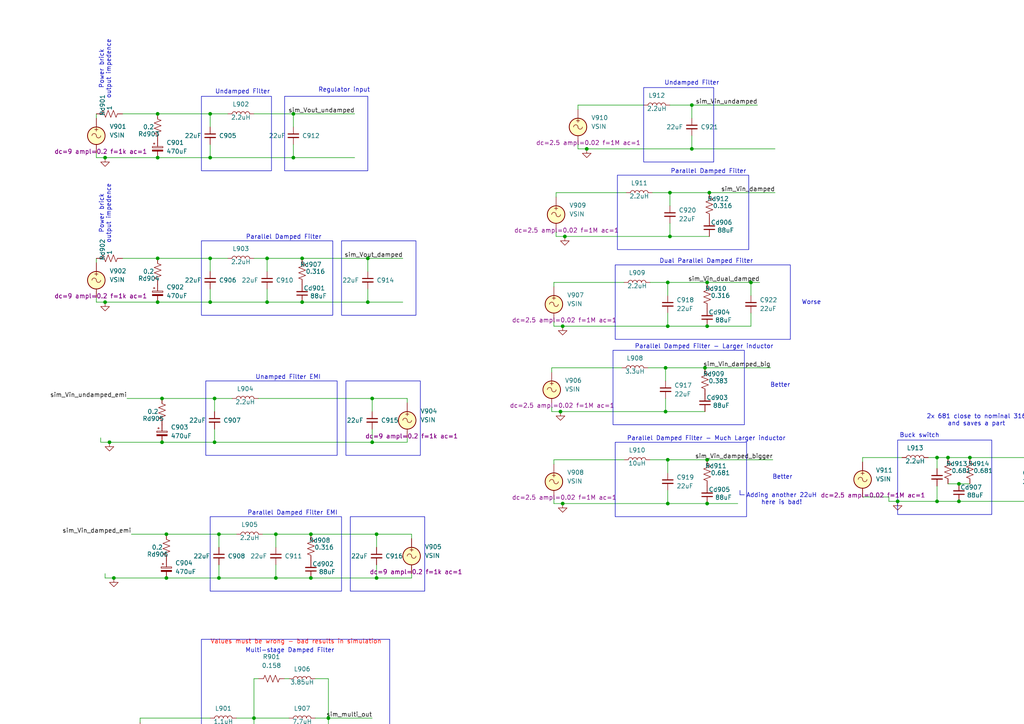
<source format=kicad_sch>
(kicad_sch (version 20250114) (generator "eeschema") (generator_version "9.0")
  (paper "A4")
  (lib_symbols
    (symbol "Device:C_Polarized_Small" (pin_numbers (hide yes)) (pin_names (offset 0.254) (hide yes))
      (property "Reference" "C" (at 0.254 1.778 0))
      (property "Value" "C_Polarized_Small" (at 0.254 -2.032 0))
      (symbol "C_Polarized_Small_0_1"
        (rectangle (start -1.524 0.6858) (end 1.524 0.3048))
        (rectangle (start -1.524 -0.3048) (end 1.524 -0.6858) (fill (type outline)))
        (polyline (pts (xy -1.27 1.524) (xy -0.762 1.524)))
        (polyline (pts (xy -1.016 1.27) (xy -1.016 1.778)))
      )
      (symbol "C_Polarized_Small_1_1"
        (pin passive line (at 0 2.54 270) (length 1.8542) (name "~") (number "1"))
        (pin passive line (at 0 -2.54 90) (length 1.8542) (name "~") (number "2"))
      )
    )
    (symbol "Device:C_Small" (pin_numbers (hide yes)) (pin_names (offset 0.254) (hide yes))
      (property "Reference" "C" (at 0.254 1.778 0))
      (property "Value" "C_Small" (at 0.254 -2.032 0))
      (symbol "C_Small_0_1"
        (polyline (pts (xy -1.524 0.508) (xy 1.524 0.508)) (stroke (width 0.3048)))
        (polyline (pts (xy -1.524 -0.508) (xy 1.524 -0.508)) (stroke (width 0.3302)))
      )
      (symbol "C_Small_1_1"
        (pin passive line (at 0 2.54 270) (length 2.032) (name "~") (number "1"))
        (pin passive line (at 0 -2.54 90) (length 2.032) (name "~") (number "2"))
      )
    )
    (symbol "Device:L" (pin_numbers (hide yes)) (pin_names (offset 1.016) (hide yes))
      (property "Reference" "L" (at -1.27 0 90))
      (property "Value" "L" (at 1.905 0 90))
      (symbol "L_0_1"
        (arc (start 0 2.54) (mid 0.6323 1.905) (end 0 1.27))
        (arc (start 0 1.27) (mid 0.6323 0.635) (end 0 0))
        (arc (start 0 0) (mid 0.6323 -0.635) (end 0 -1.27))
        (arc (start 0 -1.27) (mid 0.6323 -1.905) (end 0 -2.54))
      )
      (symbol "L_1_1"
        (pin passive line (at 0 3.81 270) (length 1.27) (name "1") (number "1"))
        (pin passive line (at 0 -3.81 90) (length 1.27) (name "2") (number "2"))
      )
    )
    (symbol "Device:R_US" (pin_numbers (hide yes)) (pin_names (offset 0))
      (property "Reference" "R" (at 2.54 0 90))
      (property "Value" "R_US" (at -2.54 0 90))
      (symbol "R_US_0_1"
        (polyline (pts (xy 0 2.286) (xy 0 2.54)))
        (polyline (pts (xy 0 2.286) (xy 1.016 1.905) (xy 0 1.524) (xy -1.016 1.143) (xy 0 0.762)))
        (polyline (pts (xy 0 0.762) (xy 1.016 0.381) (xy 0 0) (xy -1.016 -0.381) (xy 0 -0.762)))
        (polyline (pts (xy 0 -0.762) (xy 1.016 -1.143) (xy 0 -1.524) (xy -1.016 -1.905) (xy 0 -2.286)))
        (polyline (pts (xy 0 -2.286) (xy 0 -2.54)))
      )
      (symbol "R_US_1_1"
        (pin passive line (at 0 3.81 270) (length 1.27) (name "~") (number "1"))
        (pin passive line (at 0 -3.81 90) (length 1.27) (name "~") (number "2"))
      )
    )
    (symbol "Simulation_SPICE:VSIN" (pin_numbers (hide yes)) (pin_names (offset 0.0254))
      (property "Reference" "V" (at 2.54 2.54 0))
      (property "Value" "VSIN" (at 2.54 0 0))
      (property "Sim.Params" "dc=0 ampl=1 f=1k ac=1" (at 2.54 -2.54 0))
      (symbol "VSIN_0_0"
        (arc (start -1.27 0) (mid -0.635 0.6323) (end 0 0))
        (arc (start 1.27 0) (mid 0.635 -0.6323) (end 0 0))
        (text "+" (at 0 1.905 0) (effects (font (size 1.27 1.27))))
      )
      (symbol "VSIN_0_1"
        (circle (center 0 0) (radius 2.54) (stroke (width 0.254)) (fill (type background)))
      )
      (symbol "VSIN_1_1"
        (pin passive line (at 0 5.08 270) (length 2.54) (name "~") (number "1"))
        (pin passive line (at 0 -5.08 90) (length 2.54) (name "~") (number "2"))
      )
    )
    (symbol "power:GND" (power) (pin_numbers (hide yes)) (pin_names (offset 0) (hide yes))
      (property "Value" "GND" (at 0 -3.81 0))
      (symbol "GND_0_1"
        (polyline (pts (xy 0 0) (xy 0 -1.27) (xy 1.27 -1.27) (xy 0 -2.54) (xy -1.27 -1.27) (xy 0 -1.27)))
      )
      (symbol "GND_1_1"
        (pin power_in line (at 0 0 270) (length 0) (name "~") (number "1"))
      )
    )
  )
  (rectangle (start 260.35 127.635) (end 287.655 149.225))
  (rectangle (start 99.06 69.85) (end 120.65 91.44))
  (rectangle (start 59.69 110.49) (end 97.79 132.08))
  (rectangle (start 58.42 69.85) (end 96.52 91.44))
  (rectangle (start 58.42 27.94) (end 78.74 49.53))
  (rectangle (start 58.42 185.42) (end 113.03 224.79))
  (rectangle (start 100.33 110.49) (end 121.92 132.08))
  (rectangle (start 178.435 128.27) (end 216.535 149.86))
  (rectangle (start 101.6 149.86) (end 123.19 171.45))
  (rectangle (start 60.96 149.86) (end 99.06 171.45))
  (rectangle (start 297.815 127.635) (end 335.915 149.225))
  (rectangle (start 177.8 101.6) (end 215.9 123.19))
  (rectangle (start 178.435 76.835) (end 229.235 98.425))
  (rectangle (start 82.55 27.94) (end 106.68 49.53))
  (rectangle (start 186.69 25.4) (end 207.01 46.99))
  (rectangle (start 179.07 50.8) (end 217.17 72.39))
  (text "Buck switch" (at 266.7 126.365 0) (effects (font (size 1.27 1.27))))
  (text "Adding another 22uH\nhere is bad!" (at 346.075 144.145 0) (effects (font (size 1.27 1.27))))
  (text "Undamped Filter" (at 70.358 26.67 0) (effects (font (size 1.27 1.27))))
  (text "Multi-stage Damped Filter" (at 84.074 188.722 0) (effects (font (size 1.27 1.27))))
  (text "Dual Parallel Damped Filter" (at 204.851 75.819 0) (effects (font (size 1.27 1.27))))
  (text "Parallel Damped Filter - Larger inductor" (at 204.216 100.584 0) (effects (font (size 1.27 1.27))))
  (text "Undamped Filter" (at 200.66 24.13 0) (effects (font (size 1.27 1.27))))
  (text "2x 681 close to nominal 316\nand saves a part" (at 283.21 121.92 0) (effects (font (size 1.27 1.27))))
  (text "Better" (at 346.329 137.795 0) (effects (font (size 1.27 1.27))))
  (text "Power brick\noutput impedence" (at 30.48 20.066 90) (effects (font (size 1.27 1.27))))
  (text "Parallel Damped Filter" (at 82.296 68.834 0) (effects (font (size 1.27 1.27))))
  (text "Worse" (at 235.331 87.757 0) (effects (font (size 1.27 1.27))))
  (text "Unamped Filter EMI" (at 83.566 109.474 0) (effects (font (size 1.27 1.27))))
  (text "Adding another 22uH\nhere is bad!" (at 226.695 144.78 0) (effects (font (size 1.27 1.27))))
  (text "Parallel Damped Filter EMI" (at 84.836 148.844 0) (effects (font (size 1.27 1.27))))
  (text "Parallel Damped Filter section" (at 324.231 126.619 0) (effects (font (size 1.27 1.27))))
  (text "Better" (at 226.949 138.43 0) (effects (font (size 1.27 1.27))))
  (text "Parallel Damped Filter - Much Larger inductor" (at 204.851 127.254 0) (effects (font (size 1.27 1.27))))
  (text "Power brick\noutput impedence" (at 30.48 61.976 90) (effects (font (size 1.27 1.27))))
  (text "Values must be wrong - bad results in simulation" (at 85.852 186.182 0) (effects (font (size 1.27 1.27))))
  (text "Better" (at 226.314 111.76 0) (effects (font (size 1.27 1.27))))
  (text "Regulator input" (at 99.822 26.162 0) (effects (font (size 1.27 1.27))))
  (text "Parallel Damped Filter" (at 205.486 49.784 0) (effects (font (size 1.27 1.27))))
  (junction (at 77.47 74.93))
  (junction (at 194.31 68.58))
  (junction (at 109.22 154.94))
  (junction (at 30.48 87.63))
  (junction (at 193.675 133.35))
  (junction (at 271.78 132.715))
  (junction (at 324.485 132.715))
  (junction (at 60.96 33.02))
  (junction (at 162.56 119.38))
  (junction (at 278.13 145.415))
  (junction (at 46.99 115.57))
  (junction (at 200.66 30.48))
  (junction (at 163.195 94.615))
  (junction (at 109.22 167.64))
  (junction (at 193.04 106.68))
  (junction (at 274.955 132.715))
  (junction (at 31.75 128.27))
  (junction (at 48.26 167.64))
  (junction (at 80.01 154.94))
  (junction (at 193.675 81.915))
  (junction (at 278.13 140.335))
  (junction (at 193.04 119.38))
  (junction (at 45.72 33.02))
  (junction (at 106.68 87.63))
  (junction (at 163.83 68.58))
  (junction (at 205.105 94.615))
  (junction (at 45.72 45.72))
  (junction (at 194.31 55.88))
  (junction (at 193.675 94.615))
  (junction (at 77.47 87.63))
  (junction (at 170.18 43.18))
  (junction (at 33.02 167.64))
  (junction (at 163.195 146.05))
  (junction (at 90.17 154.94))
  (junction (at 281.305 132.715))
  (junction (at 45.72 74.93))
  (junction (at 80.01 167.64))
  (junction (at 60.96 45.72))
  (junction (at 63.5 167.64))
  (junction (at 313.055 145.415))
  (junction (at 271.78 145.415))
  (junction (at 313.055 132.715))
  (junction (at 46.99 128.27))
  (junction (at 324.485 145.415))
  (junction (at 85.09 33.02))
  (junction (at 200.66 43.18))
  (junction (at 45.72 87.63))
  (junction (at 107.95 115.57))
  (junction (at 60.96 74.93))
  (junction (at 204.47 106.68))
  (junction (at 106.68 74.93))
  (junction (at 62.23 128.27))
  (junction (at 43.18 220.98))
  (junction (at 205.105 81.915))
  (junction (at 205.105 133.35))
  (junction (at 63.5 154.94))
  (junction (at 48.26 154.94))
  (junction (at 95.25 208.28))
  (junction (at 260.35 145.415))
  (junction (at 30.48 45.72))
  (junction (at 90.17 167.64))
  (junction (at 217.805 81.915))
  (junction (at 193.675 146.05))
  (junction (at 73.66 208.28))
  (junction (at 60.96 87.63))
  (junction (at 73.66 220.98))
  (junction (at 87.63 87.63))
  (junction (at 85.09 45.72))
  (junction (at 205.74 55.88))
  (junction (at 62.23 115.57))
  (junction (at 107.95 128.27))
  (junction (at 87.63 74.93))
  (junction (at 205.105 146.05))
  (wire (pts (xy 67.31 115.57) (xy 62.23 115.57)))
  (wire (pts (xy 188.595 133.35) (xy 193.675 133.35)))
  (wire (pts (xy 45.72 33.02) (xy 60.96 33.02)))
  (wire (pts (xy 60.96 74.93) (xy 60.96 78.74)))
  (wire (pts (xy 260.35 145.415) (xy 271.78 145.415)))
  (wire (pts (xy 167.64 30.48) (xy 186.69 30.48)))
  (wire (pts (xy 250.19 132.715) (xy 261.62 132.715)))
  (wire (pts (xy 73.66 208.28) (xy 73.66 196.85)))
  (wire (pts (xy 250.19 144.145) (xy 257.81 144.145)))
  (wire (pts (xy 119.38 166.37) (xy 119.38 167.64)))
  (wire (pts (xy 27.94 86.36) (xy 27.94 87.63)))
  (wire (pts (xy 68.58 154.94) (xy 63.5 154.94)))
  (wire (pts (xy 73.66 74.93) (xy 77.47 74.93)))
  (wire (pts (xy 107.95 128.27) (xy 118.11 128.27)))
  (wire (pts (xy 35.56 74.93) (xy 45.72 74.93)))
  (wire (pts (xy 48.26 167.64) (xy 63.5 167.64)))
  (wire (pts (xy 161.29 68.58) (xy 163.83 68.58)))
  (wire (pts (xy 213.995 146.05) (xy 205.105 146.05)))
  (wire (pts (xy 313.055 132.715) (xy 324.485 132.715)))
  (wire (pts (xy 107.95 124.46) (xy 107.95 128.27)))
  (wire (pts (xy 167.64 43.18) (xy 170.18 43.18)))
  (wire (pts (xy 76.2 154.94) (xy 80.01 154.94)))
  (wire (pts (xy 60.96 41.91) (xy 60.96 45.72)))
  (wire (pts (xy 106.68 74.93) (xy 116.84 74.93)))
  (wire (pts (xy 87.63 87.63) (xy 106.68 87.63)))
  (wire (pts (xy 109.22 154.94) (xy 119.38 154.94)))
  (wire (pts (xy 257.81 145.415) (xy 260.35 145.415)))
  (wire (pts (xy 193.675 133.35) (xy 205.105 133.35)))
  (wire (pts (xy 193.675 90.805) (xy 193.675 94.615)))
  (wire (pts (xy 36.83 115.57) (xy 46.99 115.57)))
  (wire (pts (xy 85.09 45.72) (xy 102.87 45.72)))
  (wire (pts (xy 95.25 196.85) (xy 95.25 208.28)))
  (wire (pts (xy 73.66 217.17) (xy 73.66 220.98)))
  (wire (pts (xy 106.68 83.82) (xy 106.68 87.63)))
  (wire (pts (xy 46.99 128.27) (xy 62.23 128.27)))
  (polyline (pts (xy 214.63 142.24) (xy 214.63 143.51)))
  (wire (pts (xy 80.01 167.64) (xy 90.17 167.64)))
  (wire (pts (xy 85.09 41.91) (xy 85.09 45.72)))
  (wire (pts (xy 107.95 115.57) (xy 107.95 119.38)))
  (wire (pts (xy 189.23 55.88) (xy 194.31 55.88)))
  (wire (pts (xy 27.94 87.63) (xy 30.48 87.63)))
  (wire (pts (xy 95.25 208.28) (xy 107.95 208.28)))
  (wire (pts (xy 107.95 115.57) (xy 118.11 115.57)))
  (wire (pts (xy 193.04 106.68) (xy 193.04 110.49)))
  (wire (pts (xy 205.74 55.88) (xy 224.79 55.88)))
  (wire (pts (xy 281.305 132.715) (xy 300.355 132.715)))
  (wire (pts (xy 160.655 81.915) (xy 160.655 83.185)))
  (wire (pts (xy 45.72 87.63) (xy 60.96 87.63)))
  (wire (pts (xy 333.375 145.415) (xy 324.485 145.415)))
  (wire (pts (xy 95.25 208.28) (xy 95.25 212.09)))
  (wire (pts (xy 43.18 220.98) (xy 73.66 220.98)))
  (wire (pts (xy 30.48 45.72) (xy 45.72 45.72)))
  (wire (pts (xy 63.5 167.64) (xy 80.01 167.64)))
  (wire (pts (xy 63.5 154.94) (xy 63.5 158.75)))
  (wire (pts (xy 48.26 154.94) (xy 63.5 154.94)))
  (wire (pts (xy 73.66 33.02) (xy 85.09 33.02)))
  (wire (pts (xy 33.02 167.64) (xy 48.26 167.64)))
  (wire (pts (xy 205.105 81.915) (xy 217.805 81.915)))
  (wire (pts (xy 90.17 154.94) (xy 109.22 154.94)))
  (wire (pts (xy 29.21 127) (xy 29.21 128.27)))
  (wire (pts (xy 161.29 55.88) (xy 161.29 57.15)))
  (wire (pts (xy 193.675 81.915) (xy 205.105 81.915)))
  (wire (pts (xy 193.675 81.915) (xy 193.675 85.725)))
  (wire (pts (xy 119.38 154.94) (xy 119.38 156.21)))
  (wire (pts (xy 194.31 30.48) (xy 200.66 30.48)))
  (wire (pts (xy 73.66 208.28) (xy 83.82 208.28)))
  (wire (pts (xy 324.485 132.715) (xy 343.535 132.715)))
  (wire (pts (xy 160.655 133.35) (xy 180.975 133.35)))
  (wire (pts (xy 269.24 132.715) (xy 271.78 132.715)))
  (wire (pts (xy 31.75 128.27) (xy 46.99 128.27)))
  (wire (pts (xy 278.13 140.335) (xy 281.305 140.335)))
  (wire (pts (xy 193.04 115.57) (xy 193.04 119.38)))
  (wire (pts (xy 271.78 140.97) (xy 271.78 145.415)))
  (wire (pts (xy 200.66 30.48) (xy 219.71 30.48)))
  (wire (pts (xy 278.13 145.415) (xy 313.055 145.415)))
  (wire (pts (xy 193.04 119.38) (xy 204.47 119.38)))
  (wire (pts (xy 60.96 45.72) (xy 85.09 45.72)))
  (wire (pts (xy 63.5 163.83) (xy 63.5 167.64)))
  (wire (pts (xy 27.94 74.93) (xy 27.94 76.2)))
  (wire (pts (xy 193.04 106.68) (xy 204.47 106.68)))
  (wire (pts (xy 313.055 132.715) (xy 313.055 136.525)))
  (wire (pts (xy 40.64 208.28) (xy 60.96 208.28)))
  (wire (pts (xy 160.02 119.38) (xy 162.56 119.38)))
  (wire (pts (xy 35.56 33.02) (xy 45.72 33.02)))
  (wire (pts (xy 62.23 124.46) (xy 62.23 128.27)))
  (wire (pts (xy 29.21 128.27) (xy 31.75 128.27)))
  (wire (pts (xy 160.655 94.615) (xy 163.195 94.615)))
  (wire (pts (xy 40.64 220.98) (xy 43.18 220.98)))
  (wire (pts (xy 205.105 94.615) (xy 217.805 94.615)))
  (wire (pts (xy 194.31 55.88) (xy 194.31 59.69)))
  (wire (pts (xy 106.68 74.93) (xy 106.68 78.74)))
  (wire (pts (xy 95.25 220.98) (xy 95.25 217.17)))
  (wire (pts (xy 60.96 87.63) (xy 77.47 87.63)))
  (wire (pts (xy 30.48 167.64) (xy 33.02 167.64)))
  (wire (pts (xy 27.94 44.45) (xy 27.94 45.72)))
  (wire (pts (xy 73.66 220.98) (xy 95.25 220.98)))
  (wire (pts (xy 30.48 87.63) (xy 45.72 87.63)))
  (wire (pts (xy 250.19 132.715) (xy 250.19 133.985)))
  (wire (pts (xy 74.93 115.57) (xy 107.95 115.57)))
  (wire (pts (xy 188.595 81.915) (xy 193.675 81.915)))
  (wire (pts (xy 193.675 146.05) (xy 205.105 146.05)))
  (wire (pts (xy 205.105 133.35) (xy 224.155 133.35)))
  (wire (pts (xy 87.63 74.93) (xy 106.68 74.93)))
  (polyline (pts (xy 334.01 141.605) (xy 334.01 142.875)))
  (wire (pts (xy 160.655 93.345) (xy 160.655 94.615)))
  (polyline (pts (xy 335.28 142.875) (xy 334.01 142.875)))
  (wire (pts (xy 170.18 43.18) (xy 200.66 43.18)))
  (wire (pts (xy 193.675 133.35) (xy 193.675 137.16)))
  (wire (pts (xy 62.23 128.27) (xy 107.95 128.27)))
  (wire (pts (xy 160.655 133.35) (xy 160.655 134.62)))
  (wire (pts (xy 73.66 196.85) (xy 74.93 196.85)))
  (wire (pts (xy 109.22 167.64) (xy 119.38 167.64)))
  (wire (pts (xy 217.805 90.805) (xy 217.805 94.615)))
  (wire (pts (xy 40.64 219.71) (xy 40.64 220.98)))
  (wire (pts (xy 161.29 67.31) (xy 161.29 68.58)))
  (wire (pts (xy 217.805 81.915) (xy 220.345 81.915)))
  (wire (pts (xy 27.94 45.72) (xy 30.48 45.72)))
  (wire (pts (xy 160.02 106.68) (xy 180.34 106.68)))
  (wire (pts (xy 313.055 145.415) (xy 324.485 145.415)))
  (wire (pts (xy 60.96 83.82) (xy 60.96 87.63)))
  (wire (pts (xy 38.1 154.94) (xy 48.26 154.94)))
  (wire (pts (xy 200.66 43.18) (xy 224.79 43.18)))
  (wire (pts (xy 274.955 140.335) (xy 278.13 140.335)))
  (wire (pts (xy 160.655 144.78) (xy 160.655 146.05)))
  (wire (pts (xy 193.675 94.615) (xy 205.105 94.615)))
  (wire (pts (xy 160.655 81.915) (xy 180.975 81.915)))
  (wire (pts (xy 46.99 115.57) (xy 62.23 115.57)))
  (wire (pts (xy 80.01 163.83) (xy 80.01 167.64)))
  (wire (pts (xy 163.195 94.615) (xy 193.675 94.615)))
  (wire (pts (xy 60.96 33.02) (xy 60.96 36.83)))
  (wire (pts (xy 160.655 146.05) (xy 163.195 146.05)))
  (wire (pts (xy 187.96 106.68) (xy 193.04 106.68)))
  (wire (pts (xy 313.055 141.605) (xy 313.055 145.415)))
  (wire (pts (xy 90.17 167.64) (xy 109.22 167.64)))
  (wire (pts (xy 85.09 33.02) (xy 102.87 33.02)))
  (wire (pts (xy 77.47 74.93) (xy 77.47 78.74)))
  (wire (pts (xy 45.72 74.93) (xy 60.96 74.93)))
  (wire (pts (xy 274.955 132.715) (xy 281.305 132.715)))
  (wire (pts (xy 109.22 154.94) (xy 109.22 158.75)))
  (wire (pts (xy 82.55 196.85) (xy 83.82 196.85)))
  (wire (pts (xy 271.78 132.715) (xy 274.955 132.715)))
  (wire (pts (xy 162.56 119.38) (xy 193.04 119.38)))
  (wire (pts (xy 118.11 115.57) (xy 118.11 116.84)))
  (wire (pts (xy 80.01 154.94) (xy 80.01 158.75)))
  (wire (pts (xy 193.675 142.24) (xy 193.675 146.05)))
  (wire (pts (xy 30.48 166.37) (xy 30.48 167.64)))
  (wire (pts (xy 163.83 68.58) (xy 194.31 68.58)))
  (wire (pts (xy 217.805 81.915) (xy 217.805 85.725)))
  (wire (pts (xy 271.78 132.715) (xy 271.78 135.89)))
  (wire (pts (xy 73.66 208.28) (xy 73.66 212.09)))
  (wire (pts (xy 160.02 106.68) (xy 160.02 107.95)))
  (wire (pts (xy 200.66 30.48) (xy 200.66 34.29)))
  (wire (pts (xy 80.01 154.94) (xy 90.17 154.94)))
  (wire (pts (xy 161.29 55.88) (xy 181.61 55.88)))
  (wire (pts (xy 77.47 87.63) (xy 87.63 87.63)))
  (wire (pts (xy 271.78 145.415) (xy 278.13 145.415)))
  (wire (pts (xy 160.02 118.11) (xy 160.02 119.38)))
  (wire (pts (xy 77.47 83.82) (xy 77.47 87.63)))
  (wire (pts (xy 66.04 33.02) (xy 60.96 33.02)))
  (wire (pts (xy 257.81 144.145) (xy 257.81 145.415)))
  (wire (pts (xy 194.31 68.58) (xy 205.74 68.58)))
  (wire (pts (xy 163.195 146.05) (xy 193.675 146.05)))
  (wire (pts (xy 194.31 64.77) (xy 194.31 68.58)))
  (wire (pts (xy 27.94 33.02) (xy 27.94 34.29)))
  (wire (pts (xy 204.47 106.68) (xy 223.52 106.68)))
  (wire (pts (xy 45.72 45.72) (xy 60.96 45.72)))
  (wire (pts (xy 91.44 208.28) (xy 95.25 208.28)))
  (wire (pts (xy 66.04 74.93) (xy 60.96 74.93)))
  (wire (pts (xy 91.44 196.85) (xy 95.25 196.85)))
  (wire (pts (xy 40.64 208.28) (xy 40.64 209.55)))
  (wire (pts (xy 62.23 115.57) (xy 62.23 119.38)))
  (wire (pts (xy 324.485 144.78) (xy 324.485 145.415)))
  (wire (pts (xy 307.975 132.715) (xy 313.055 132.715)))
  (wire (pts (xy 194.31 55.88) (xy 205.74 55.88)))
  (wire (pts (xy 106.68 87.63) (xy 116.84 87.63)))
  (wire (pts (xy 109.22 163.83) (xy 109.22 167.64)))
  (wire (pts (xy 205.105 145.415) (xy 205.105 146.05)))
  (wire (pts (xy 68.58 208.28) (xy 73.66 208.28)))
  (wire (pts (xy 85.09 33.02) (xy 85.09 36.83)))
  (wire (pts (xy 77.47 74.93) (xy 87.63 74.93)))
  (wire (pts (xy 118.11 127) (xy 118.11 128.27)))
  (wire (pts (xy 200.66 39.37) (xy 200.66 43.18)))
  (wire (pts (xy 167.64 41.91) (xy 167.64 43.18)))
  (wire (pts (xy 167.64 30.48) (xy 167.64 31.75)))
  (polyline (pts (xy 215.9 143.51) (xy 214.63 143.51)))
  (label "sim_Vout_undamped" (at 102.87 33.02 180))
  (label "sim_multi_out" (at 107.95 208.28 180))
  (label "sim_Vin_undamped" (at 219.71 30.48 180))
  (label "sim_Vin_dual_damped" (at 220.345 81.915 180))
  (label "sim_Vin_undamped_emi" (at 36.83 115.57 180))
  (label "sim_Vin_damped_big" (at 223.52 106.68 180))
  (label "sim_Vin_damped" (at 224.79 55.88 180))
  (label "sim_Vout_damped" (at 116.84 74.93 180))
  (label "sim_Vin_buck_switch_damped" (at 343.535 132.715 180))
  (label "sim_Vin_damped_bigger" (at 224.155 133.35 180))
  (label "sim_Vin_damped_emi" (at 38.1 154.94 180))
  (symbol (lib_id "Simulation_SPICE:VSIN") (at 161.29 62.23 0) (unit 1)
    (property "Reference" "V909" (at 165.1 59.5601 0) (effects (justify left)))
    (property "Value" "VSIN" (at 165.1 62.1001 0) (effects (justify left)))
    (property "Datasheet" "https://ngspice.sourceforge.io/docs/ngspice-html-manual/manual.xhtml#sec_Independent_Sources_for" (effects (hide yes)))
    (property "Description" "Voltage source, sinusoidal" (effects (hide yes)))
    (property "Sim.Pins" "1=+ 2=-" (effects (hide yes)))
    (property "Sim.Params" "dc=2.5 ampl=0.02 f=1M ac=1" (at 149.098 66.802 0) (effects (justify left)))
    (property "Sim.Type" "SIN" (effects (hide yes)))
    (property "Sim.Device" "V" (effects (hide yes)))
  )
  (symbol (lib_id "Device:L") (at 304.165 132.715 90) (unit 1)
    (property "Reference" "L914" (at 304.165 129.921 90))
    (property "Value" "10uH" (at 304.165 133.731 90))
    (property "Description" "Inductor" (effects (hide yes)))
  )
  (symbol (lib_id "power:GND") (at 30.48 45.72 0) (unit 1)
    (property "Reference" "#PWR0901" (effects (hide yes)))
    (property "Value" "GND" (effects (hide yes)))
    (property "Description" "Power symbol creates a global label with name \"GND\" , ground" (effects (hide yes)))
  )
  (symbol (lib_id "power:GND") (at 260.35 145.415 0) (unit 1)
    (property "Reference" "#PWR0911" (effects (hide yes)))
    (property "Value" "GND" (effects (hide yes)))
    (property "Description" "Power symbol creates a global label with name \"GND\" , ground" (effects (hide yes)))
  )
  (symbol (lib_id "Device:C_Small") (at 62.23 121.92 0) (unit 1)
    (property "Reference" "C907" (at 64.77 121.9262 0) (effects (justify left)))
    (property "Value" "22uF" (at 59.69 121.9265 0) (effects (justify right)))
    (property "Description" "Unpolarized capacitor, small symbol" (effects (hide yes)))
  )
  (symbol (lib_id "Simulation_SPICE:VSIN") (at 160.655 139.7 0) (unit 1)
    (property "Reference" "V908" (at 164.465 137.0301 0) (effects (justify left)))
    (property "Value" "VSIN" (at 164.465 139.5701 0) (effects (justify left)))
    (property "Datasheet" "https://ngspice.sourceforge.io/docs/ngspice-html-manual/manual.xhtml#sec_Independent_Sources_for" (effects (hide yes)))
    (property "Description" "Voltage source, sinusoidal" (effects (hide yes)))
    (property "Sim.Pins" "1=+ 2=-" (effects (hide yes)))
    (property "Sim.Params" "dc=2.5 ampl=0.02 f=1M ac=1" (at 148.463 144.272 0) (effects (justify left)))
    (property "Sim.Type" "SIN" (effects (hide yes)))
    (property "Sim.Device" "V" (effects (hide yes)))
  )
  (symbol (lib_id "Device:C_Small") (at 109.22 161.29 0) (unit 1)
    (property "Reference" "C916" (at 111.76 161.2962 0) (effects (justify left)))
    (property "Value" "22uF" (at 106.68 161.2965 0) (effects (justify right)))
    (property "Description" "Unpolarized capacitor, small symbol" (effects (hide yes)))
  )
  (symbol (lib_id "Device:L") (at 184.15 106.68 90) (unit 1)
    (property "Reference" "L908" (at 184.15 103.886 90))
    (property "Value" "3.3uH" (at 184.15 107.696 90))
    (property "Description" "Inductor" (effects (hide yes)))
  )
  (symbol (lib_id "Device:C_Polarized_Small") (at 45.72 43.18 0) (unit 1)
    (property "Reference" "C901" (at 48.26 41.3638 0) (effects (justify left)))
    (property "Value" "470uF" (at 48.26 43.9038 0) (effects (justify left)))
    (property "Description" "Polarized capacitor, small symbol" (effects (hide yes)))
  )
  (symbol (lib_id "Simulation_SPICE:VSIN") (at 250.19 139.065 0) (unit 1)
    (property "Reference" "V911" (at 254 136.3951 0) (effects (justify left)))
    (property "Value" "VSIN" (at 254 138.9351 0) (effects (justify left)))
    (property "Datasheet" "https://ngspice.sourceforge.io/docs/ngspice-html-manual/manual.xhtml#sec_Independent_Sources_for" (effects (hide yes)))
    (property "Description" "Voltage source, sinusoidal" (effects (hide yes)))
    (property "Sim.Pins" "1=+ 2=-" (effects (hide yes)))
    (property "Sim.Params" "dc=2.5 ampl=0.02 f=1M ac=1" (at 237.998 143.637 0) (effects (justify left)))
    (property "Sim.Type" "SIN" (effects (hide yes)))
    (property "Sim.Device" "V" (effects (hide yes)))
  )
  (symbol (lib_id "Simulation_SPICE:VSIN") (at 167.64 36.83 0) (unit 1)
    (property "Reference" "V910" (at 171.45 34.1601 0) (effects (justify left)))
    (property "Value" "VSIN" (at 171.45 36.7001 0) (effects (justify left)))
    (property "Datasheet" "https://ngspice.sourceforge.io/docs/ngspice-html-manual/manual.xhtml#sec_Independent_Sources_for" (effects (hide yes)))
    (property "Description" "Voltage source, sinusoidal" (effects (hide yes)))
    (property "Sim.Pins" "1=+ 2=-" (effects (hide yes)))
    (property "Sim.Params" "dc=2.5 ampl=0.02 f=1M ac=1" (at 155.448 41.402 0) (effects (justify left)))
    (property "Sim.Type" "SIN" (effects (hide yes)))
    (property "Sim.Device" "V" (effects (hide yes)))
  )
  (symbol (lib_id "Device:C_Polarized_Small") (at 48.26 165.1 0) (unit 1)
    (property "Reference" "C904" (at 50.8 163.2838 0) (effects (justify left)))
    (property "Value" "470uF" (at 50.8 165.8238 0) (effects (justify left)))
    (property "Description" "Polarized capacitor, small symbol" (effects (hide yes)))
  )
  (symbol (lib_id "Simulation_SPICE:VSIN") (at 40.64 214.63 0) (unit 1)
    (property "Reference" "V903" (at 44.45 211.9601 0) (effects (justify left)))
    (property "Value" "VSIN" (at 44.45 214.5001 0) (effects (justify left)))
    (property "Datasheet" "https://ngspice.sourceforge.io/docs/ngspice-html-manual/manual.xhtml#sec_Independent_Sources_for" (effects (hide yes)))
    (property "Description" "Voltage source, sinusoidal" (effects (hide yes)))
    (property "Sim.Pins" "1=+ 2=-" (effects (hide yes)))
    (property "Sim.Params" "dc=2.5 ampl=0.02 f=1M ac=1" (at 28.448 219.202 0) (effects (justify left)))
    (property "Sim.Type" "SIN" (effects (hide yes)))
    (property "Sim.Device" "V" (effects (hide yes)))
  )
  (symbol (lib_id "Device:R_US") (at 31.75 74.93 90) (unit 1)
    (property "Reference" "Rd902" (at 29.718 72.39 0))
    (property "Value" "1" (at 31.75 73.914 0) (effects (justify left)))
    (property "Description" "Resistor, US symbol" (effects (hide yes)))
  )
  (symbol (lib_id "power:GND") (at 33.02 167.64 0) (unit 1)
    (property "Reference" "#PWR0904" (effects (hide yes)))
    (property "Value" "GND" (effects (hide yes)))
    (property "Description" "Power symbol creates a global label with name \"GND\" , ground" (effects (hide yes)))
  )
  (symbol (lib_id "power:GND") (at 162.56 119.38 0) (unit 1)
    (property "Reference" "#PWR0906" (effects (hide yes)))
    (property "Value" "GND" (effects (hide yes)))
    (property "Description" "Power symbol creates a global label with name \"GND\" , ground" (effects (hide yes)))
  )
  (symbol (lib_id "Simulation_SPICE:VSIN") (at 160.655 88.265 0) (unit 1)
    (property "Reference" "V907" (at 164.465 85.5951 0) (effects (justify left)))
    (property "Value" "VSIN" (at 164.465 88.1351 0) (effects (justify left)))
    (property "Datasheet" "https://ngspice.sourceforge.io/docs/ngspice-html-manual/manual.xhtml#sec_Independent_Sources_for" (effects (hide yes)))
    (property "Description" "Voltage source, sinusoidal" (effects (hide yes)))
    (property "Sim.Pins" "1=+ 2=-" (effects (hide yes)))
    (property "Sim.Params" "dc=2.5 ampl=0.02 f=1M ac=1" (at 148.463 92.837 0) (effects (justify left)))
    (property "Sim.Type" "SIN" (effects (hide yes)))
    (property "Sim.Device" "V" (effects (hide yes)))
  )
  (symbol (lib_id "Device:C_Small") (at 63.5 161.29 0) (unit 1)
    (property "Reference" "C908" (at 66.04 161.2962 0) (effects (justify left)))
    (property "Value" "22uF" (at 60.96 161.2965 0) (effects (justify right)))
    (property "Description" "Unpolarized capacitor, small symbol" (effects (hide yes)))
  )
  (symbol (lib_id "Device:C_Small") (at 217.805 88.265 0) (unit 1)
    (property "Reference" "C922" (at 220.345 87.0012 0) (effects (justify left)))
    (property "Value" "22uF" (at 220.345 89.5412 0) (effects (justify left)))
    (property "Description" "Unpolarized capacitor, small symbol" (effects (hide yes)))
  )
  (symbol (lib_id "power:GND") (at 31.75 128.27 0) (unit 1)
    (property "Reference" "#PWR0903" (effects (hide yes)))
    (property "Value" "GND" (effects (hide yes)))
    (property "Description" "Power symbol creates a global label with name \"GND\" , ground" (effects (hide yes)))
  )
  (symbol (lib_id "Device:C_Small") (at 324.485 142.875 180) (unit 1)
    (property "Reference" "Cd908" (at 328.041 141.351 0))
    (property "Value" "88uF" (at 326.771 143.637 0) (effects (justify right)))
    (property "Description" "Unpolarized capacitor, small symbol" (effects (hide yes)))
  )
  (symbol (lib_id "Device:R_US") (at 46.99 119.38 180) (unit 1)
    (property "Reference" "Rd905" (at 44.45 121.412 0))
    (property "Value" "0.2" (at 45.974 119.38 0) (effects (justify left)))
    (property "Description" "Resistor, US symbol" (effects (hide yes)))
  )
  (symbol (lib_id "Device:R_US") (at 274.955 136.525 0) (unit 1)
    (property "Reference" "Rd913" (at 277.495 134.493 0))
    (property "Value" "0.681" (at 275.971 136.525 0) (effects (justify left)))
    (property "Description" "Resistor, US symbol" (effects (hide yes)))
  )
  (symbol (lib_id "Device:C_Small") (at 200.66 36.83 0) (unit 1)
    (property "Reference" "C921" (at 203.2 36.8362 0) (effects (justify left)))
    (property "Value" "22uF" (at 198.12 36.8365 0) (effects (justify right)))
    (property "Description" "Unpolarized capacitor, small symbol" (effects (hide yes)))
  )
  (symbol (lib_id "Device:C_Small") (at 194.31 62.23 0) (unit 1)
    (property "Reference" "C920" (at 196.85 60.9662 0) (effects (justify left)))
    (property "Value" "22uF" (at 196.85 63.5062 0) (effects (justify left)))
    (property "Description" "Unpolarized capacitor, small symbol" (effects (hide yes)))
  )
  (symbol (lib_id "power:GND") (at 43.18 220.98 0) (unit 1)
    (property "Reference" "#PWR0905" (effects (hide yes)))
    (property "Value" "GND" (effects (hide yes)))
    (property "Description" "Power symbol creates a global label with name \"GND\" , ground" (effects (hide yes)))
  )
  (symbol (lib_id "Device:L") (at 190.5 30.48 90) (unit 1)
    (property "Reference" "L912" (at 190.5 27.686 90))
    (property "Value" "2.2uH" (at 190.5 31.496 90))
    (property "Description" "Inductor" (effects (hide yes)))
  )
  (symbol (lib_id "Device:C_Small") (at 73.66 214.63 0) (unit 1)
    (property "Reference" "C909" (at 76.2 213.3662 0) (effects (justify left)))
    (property "Value" "11uF" (at 76.2 215.9062 0) (effects (justify left)))
    (property "Description" "Unpolarized capacitor, small symbol" (effects (hide yes)))
  )
  (symbol (lib_id "Device:C_Small") (at 205.105 143.51 180) (unit 1)
    (property "Reference" "Cd905" (at 208.661 141.986 0))
    (property "Value" "88uF" (at 207.391 144.272 0) (effects (justify right)))
    (property "Description" "Unpolarized capacitor, small symbol" (effects (hide yes)))
  )
  (symbol (lib_id "Device:C_Small") (at 193.675 139.7 0) (unit 1)
    (property "Reference" "C919" (at 196.215 138.4362 0) (effects (justify left)))
    (property "Value" "22uF" (at 196.215 140.9762 0) (effects (justify left)))
    (property "Description" "Unpolarized capacitor, small symbol" (effects (hide yes)))
  )
  (symbol (lib_id "Device:R_US") (at 281.305 136.525 0) (unit 1)
    (property "Reference" "Rd914" (at 283.845 134.493 0))
    (property "Value" "0.681" (at 282.321 136.525 0) (effects (justify left)))
    (property "Description" "Resistor, US symbol" (effects (hide yes)))
  )
  (symbol (lib_id "Device:C_Small") (at 313.055 139.065 0) (unit 1)
    (property "Reference" "C924" (at 315.595 137.8012 0) (effects (justify left)))
    (property "Value" "22uF" (at 315.595 140.3412 0) (effects (justify left)))
    (property "Description" "Unpolarized capacitor, small symbol" (effects (hide yes)))
  )
  (symbol (lib_id "power:GND") (at 163.195 94.615 0) (unit 1)
    (property "Reference" "#PWR0907" (effects (hide yes)))
    (property "Value" "GND" (effects (hide yes)))
    (property "Description" "Power symbol creates a global label with name \"GND\" , ground" (effects (hide yes)))
  )
  (symbol (lib_id "Device:L") (at 72.39 154.94 90) (unit 1)
    (property "Reference" "L905" (at 72.39 152.146 90))
    (property "Value" "2.2uH" (at 72.39 155.956 90))
    (property "Description" "Inductor" (effects (hide yes)))
  )
  (symbol (lib_id "Device:L") (at 265.43 132.715 90) (unit 1)
    (property "Reference" "L913" (at 265.43 129.921 90))
    (property "Value" "2.2uH" (at 265.43 133.731 90))
    (property "Description" "Inductor" (effects (hide yes)))
  )
  (symbol (lib_id "Device:C_Small") (at 278.13 142.875 180) (unit 1)
    (property "Reference" "Cd907" (at 281.686 141.351 0))
    (property "Value" "88uF" (at 280.416 143.637 0) (effects (justify right)))
    (property "Description" "Unpolarized capacitor, small symbol" (effects (hide yes)))
  )
  (symbol (lib_id "power:GND") (at 163.83 68.58 0) (unit 1)
    (property "Reference" "#PWR0909" (effects (hide yes)))
    (property "Value" "GND" (effects (hide yes)))
    (property "Description" "Power symbol creates a global label with name \"GND\" , ground" (effects (hide yes)))
  )
  (symbol (lib_id "Device:R_US") (at 205.105 137.16 0) (unit 1)
    (property "Reference" "Rd911" (at 207.645 135.128 0))
    (property "Value" "0.681" (at 206.121 137.16 0) (effects (justify left)))
    (property "Description" "Resistor, US symbol" (effects (hide yes)))
  )
  (symbol (lib_id "Device:R_US") (at 204.47 110.49 0) (unit 1)
    (property "Reference" "Rd909" (at 207.01 108.458 0))
    (property "Value" "0.383" (at 205.486 110.49 0) (effects (justify left)))
    (property "Description" "Resistor, US symbol" (effects (hide yes)))
  )
  (symbol (lib_id "Device:R_US") (at 45.72 78.74 180) (unit 1)
    (property "Reference" "Rd904" (at 43.18 80.772 0))
    (property "Value" "0.2" (at 44.704 78.74 0) (effects (justify left)))
    (property "Description" "Resistor, US symbol" (effects (hide yes)))
  )
  (symbol (lib_id "Device:C_Small") (at 106.68 81.28 0) (unit 1)
    (property "Reference" "C914" (at 109.22 81.2862 0) (effects (justify left)))
    (property "Value" "22uF" (at 104.14 81.2865 0) (effects (justify right)))
    (property "Description" "Unpolarized capacitor, small symbol" (effects (hide yes)))
  )
  (symbol (lib_id "Device:C_Small") (at 90.17 165.1 180) (unit 1)
    (property "Reference" "Cd902" (at 93.726 163.576 0))
    (property "Value" "88uF" (at 92.456 165.862 0) (effects (justify right)))
    (property "Description" "Unpolarized capacitor, small symbol" (effects (hide yes)))
  )
  (symbol (lib_id "Device:C_Small") (at 193.675 88.265 0) (unit 1)
    (property "Reference" "C918" (at 196.215 87.0012 0) (effects (justify left)))
    (property "Value" "22uF" (at 196.215 89.5412 0) (effects (justify left)))
    (property "Description" "Unpolarized capacitor, small symbol" (effects (hide yes)))
  )
  (symbol (lib_id "Device:C_Small") (at 204.47 116.84 180) (unit 1)
    (property "Reference" "Cd903" (at 208.026 115.316 0))
    (property "Value" "88uF" (at 206.756 117.602 0) (effects (justify right)))
    (property "Description" "Unpolarized capacitor, small symbol" (effects (hide yes)))
  )
  (symbol (lib_id "Device:L") (at 69.85 74.93 90) (unit 1)
    (property "Reference" "L903" (at 69.85 72.136 90))
    (property "Value" "2.2uH" (at 69.85 75.946 90))
    (property "Description" "Inductor" (effects (hide yes)))
  )
  (symbol (lib_id "Device:C_Small") (at 60.96 39.37 0) (unit 1)
    (property "Reference" "C905" (at 63.5 39.3762 0) (effects (justify left)))
    (property "Value" "22uF" (at 58.42 39.3765 0) (effects (justify right)))
    (property "Description" "Unpolarized capacitor, small symbol" (effects (hide yes)))
  )
  (symbol (lib_id "Device:C_Small") (at 80.01 161.29 0) (unit 1)
    (property "Reference" "C911" (at 82.55 161.2962 0) (effects (justify left)))
    (property "Value" "22uF" (at 77.47 161.2965 0) (effects (justify right)))
    (property "Description" "Unpolarized capacitor, small symbol" (effects (hide yes)))
  )
  (symbol (lib_id "Device:R_US") (at 78.74 196.85 90) (unit 1)
    (property "Reference" "R901" (at 78.74 190.5 90))
    (property "Value" "0.158" (at 78.74 193.04 90))
    (property "Description" "Resistor, US symbol" (effects (hide yes)))
  )
  (symbol (lib_id "Device:R_US") (at 90.17 158.75 0) (unit 1)
    (property "Reference" "Rd908" (at 92.71 156.718 0))
    (property "Value" "0.316" (at 91.186 158.75 0) (effects (justify left)))
    (property "Description" "Resistor, US symbol" (effects (hide yes)))
  )
  (symbol (lib_id "Simulation_SPICE:VSIN") (at 160.02 113.03 0) (unit 1)
    (property "Reference" "V906" (at 163.83 110.3601 0) (effects (justify left)))
    (property "Value" "VSIN" (at 163.83 112.9001 0) (effects (justify left)))
    (property "Datasheet" "https://ngspice.sourceforge.io/docs/ngspice-html-manual/manual.xhtml#sec_Independent_Sources_for" (effects (hide yes)))
    (property "Description" "Voltage source, sinusoidal" (effects (hide yes)))
    (property "Sim.Pins" "1=+ 2=-" (effects (hide yes)))
    (property "Sim.Params" "dc=2.5 ampl=0.02 f=1M ac=1" (at 147.828 117.602 0) (effects (justify left)))
    (property "Sim.Type" "SIN" (effects (hide yes)))
    (property "Sim.Device" "V" (effects (hide yes)))
  )
  (symbol (lib_id "Device:L") (at 71.12 115.57 90) (unit 1)
    (property "Reference" "L904" (at 71.12 112.776 90))
    (property "Value" "2.2uH" (at 71.12 116.586 90))
    (property "Description" "Inductor" (effects (hide yes)))
  )
  (symbol (lib_id "Device:L") (at 87.63 196.85 90) (unit 1)
    (property "Reference" "L906" (at 87.63 194.056 90))
    (property "Value" "3.85uH" (at 87.63 197.866 90))
    (property "Description" "Inductor" (effects (hide yes)))
  )
  (symbol (lib_id "Device:L") (at 64.77 208.28 90) (unit 1)
    (property "Reference" "L901" (at 64.77 205.486 90))
    (property "Value" "1.1uH" (at 64.77 209.296 90))
    (property "Description" "Inductor" (effects (hide yes)))
  )
  (symbol (lib_id "Device:C_Small") (at 77.47 81.28 0) (unit 1)
    (property "Reference" "C910" (at 80.01 81.2862 0) (effects (justify left)))
    (property "Value" "22uF" (at 74.93 81.2865 0) (effects (justify right)))
    (property "Description" "Unpolarized capacitor, small symbol" (effects (hide yes)))
  )
  (symbol (lib_id "Device:R_US") (at 205.74 59.69 0) (unit 1)
    (property "Reference" "Rd912" (at 208.28 57.658 0))
    (property "Value" "0.316" (at 206.756 59.69 0) (effects (justify left)))
    (property "Description" "Resistor, US symbol" (effects (hide yes)))
  )
  (symbol (lib_id "Device:R_US") (at 48.26 158.75 180) (unit 1)
    (property "Reference" "Rd906" (at 45.72 160.782 0))
    (property "Value" "0.2" (at 47.244 158.75 0) (effects (justify left)))
    (property "Description" "Resistor, US symbol" (effects (hide yes)))
  )
  (symbol (lib_id "Device:C_Small") (at 107.95 121.92 0) (unit 1)
    (property "Reference" "C915" (at 110.49 121.9262 0) (effects (justify left)))
    (property "Value" "22uF" (at 105.41 121.9265 0) (effects (justify right)))
    (property "Description" "Unpolarized capacitor, small symbol" (effects (hide yes)))
  )
  (symbol (lib_id "Device:C_Polarized_Small") (at 45.72 85.09 0) (unit 1)
    (property "Reference" "C902" (at 48.26 83.2738 0) (effects (justify left)))
    (property "Value" "470uF" (at 48.26 85.8138 0) (effects (justify left)))
    (property "Description" "Polarized capacitor, small symbol" (effects (hide yes)))
  )
  (symbol (lib_id "Device:R_US") (at 31.75 33.02 90) (unit 1)
    (property "Reference" "Rd901" (at 29.718 30.48 0))
    (property "Value" "1" (at 31.75 32.004 0) (effects (justify left)))
    (property "Description" "Resistor, US symbol" (effects (hide yes)))
  )
  (symbol (lib_id "Device:C_Small") (at 205.74 66.04 180) (unit 1)
    (property "Reference" "Cd906" (at 209.296 64.516 0))
    (property "Value" "88uF" (at 208.026 66.802 0) (effects (justify right)))
    (property "Description" "Unpolarized capacitor, small symbol" (effects (hide yes)))
  )
  (symbol (lib_id "Device:L") (at 69.85 33.02 90) (unit 1)
    (property "Reference" "L902" (at 69.85 30.226 90))
    (property "Value" "2.2uH" (at 69.85 34.036 90))
    (property "Description" "Inductor" (effects (hide yes)))
  )
  (symbol (lib_id "Device:L") (at 185.42 55.88 90) (unit 1)
    (property "Reference" "L911" (at 185.42 53.086 90))
    (property "Value" "2.2uH" (at 185.42 56.896 90))
    (property "Description" "Inductor" (effects (hide yes)))
  )
  (symbol (lib_id "Device:R_US") (at 45.72 36.83 180) (unit 1)
    (property "Reference" "Rd903" (at 43.18 38.862 0))
    (property "Value" "0.2" (at 44.704 36.83 0) (effects (justify left)))
    (property "Description" "Resistor, US symbol" (effects (hide yes)))
  )
  (symbol (lib_id "power:GND") (at 163.195 146.05 0) (unit 1)
    (property "Reference" "#PWR0908" (effects (hide yes)))
    (property "Value" "GND" (effects (hide yes)))
    (property "Description" "Power symbol creates a global label with name \"GND\" , ground" (effects (hide yes)))
  )
  (symbol (lib_id "Simulation_SPICE:VSIN") (at 27.94 81.28 0) (unit 1)
    (property "Reference" "V902" (at 31.75 78.6101 0) (effects (justify left)))
    (property "Value" "VSIN" (at 31.75 81.1501 0) (effects (justify left)))
    (property "Datasheet" "https://ngspice.sourceforge.io/docs/ngspice-html-manual/manual.xhtml#sec_Independent_Sources_for" (effects (hide yes)))
    (property "Description" "Voltage source, sinusoidal" (effects (hide yes)))
    (property "Sim.Pins" "1=+ 2=-" (effects (hide yes)))
    (property "Sim.Params" "dc=9 ampl=0.2 f=1k ac=1" (at 15.748 85.852 0) (effects (justify left)))
    (property "Sim.Type" "SIN" (effects (hide yes)))
    (property "Sim.Device" "V" (effects (hide yes)))
  )
  (symbol (lib_id "power:GND") (at 30.48 87.63 0) (unit 1)
    (property "Reference" "#PWR0902" (effects (hide yes)))
    (property "Value" "GND" (effects (hide yes)))
    (property "Description" "Power symbol creates a global label with name \"GND\" , ground" (effects (hide yes)))
  )
  (symbol (lib_id "Device:L") (at 184.785 133.35 90) (unit 1)
    (property "Reference" "L910" (at 184.785 130.556 90))
    (property "Value" "10uH" (at 184.785 134.366 90))
    (property "Description" "Inductor" (effects (hide yes)))
  )
  (symbol (lib_id "Device:R_US") (at 324.485 136.525 0) (unit 1)
    (property "Reference" "Rd915" (at 327.025 134.493 0))
    (property "Value" "0.681" (at 325.501 136.525 0) (effects (justify left)))
    (property "Description" "Resistor, US symbol" (effects (hide yes)))
  )
  (symbol (lib_id "Device:C_Small") (at 205.105 92.075 180) (unit 1)
    (property "Reference" "Cd904" (at 208.661 90.551 0))
    (property "Value" "88uF" (at 207.391 92.837 0) (effects (justify right)))
    (property "Description" "Unpolarized capacitor, small symbol" (effects (hide yes)))
  )
  (symbol (lib_id "Device:C_Small") (at 85.09 39.37 0) (unit 1)
    (property "Reference" "C912" (at 87.63 39.3762 0) (effects (justify left)))
    (property "Value" "22uF" (at 82.804 39.37 0) (effects (justify right)))
    (property "Description" "Unpolarized capacitor, small symbol" (effects (hide yes)))
  )
  (symbol (lib_id "Device:C_Small") (at 60.96 81.28 0) (unit 1)
    (property "Reference" "C906" (at 63.5 81.2862 0) (effects (justify left)))
    (property "Value" "22uF" (at 58.42 81.2865 0) (effects (justify right)))
    (property "Description" "Unpolarized capacitor, small symbol" (effects (hide yes)))
  )
  (symbol (lib_id "Device:L") (at 87.63 208.28 90) (unit 1)
    (property "Reference" "L907" (at 87.63 205.486 90))
    (property "Value" "7.7uH" (at 87.63 209.296 90))
    (property "Description" "Inductor" (effects (hide yes)))
  )
  (symbol (lib_id "Device:C_Small") (at 95.25 214.63 0) (unit 1)
    (property "Reference" "C913" (at 97.79 213.3662 0) (effects (justify left)))
    (property "Value" "44uF" (at 97.79 215.9062 0) (effects (justify left)))
    (property "Description" "Unpolarized capacitor, small symbol" (effects (hide yes)))
  )
  (symbol (lib_id "Device:R_US") (at 205.105 85.725 0) (unit 1)
    (property "Reference" "Rd910" (at 207.645 83.693 0))
    (property "Value" "0.316" (at 206.121 85.725 0) (effects (justify left)))
    (property "Description" "Resistor, US symbol" (effects (hide yes)))
  )
  (symbol (lib_id "Device:C_Small") (at 193.04 113.03 0) (unit 1)
    (property "Reference" "C917" (at 195.58 111.7662 0) (effects (justify left)))
    (property "Value" "22uF" (at 195.58 114.3062 0) (effects (justify left)))
    (property "Description" "Unpolarized capacitor, small symbol" (effects (hide yes)))
  )
  (symbol (lib_id "Device:C_Small") (at 87.63 85.09 180) (unit 1)
    (property "Reference" "Cd901" (at 91.186 83.566 0))
    (property "Value" "88uF" (at 89.916 85.852 0) (effects (justify right)))
    (property "Description" "Unpolarized capacitor, small symbol" (effects (hide yes)))
  )
  (symbol (lib_id "Device:L") (at 184.785 81.915 90) (unit 1)
    (property "Reference" "L909" (at 184.785 79.121 90))
    (property "Value" "2.2uH" (at 184.785 82.931 90))
    (property "Description" "Inductor" (effects (hide yes)))
  )
  (symbol (lib_id "Device:R_US") (at 87.63 78.74 0) (unit 1)
    (property "Reference" "Rd907" (at 90.17 76.708 0))
    (property "Value" "0.316" (at 88.646 78.74 0) (effects (justify left)))
    (property "Description" "Resistor, US symbol" (effects (hide yes)))
  )
  (symbol (lib_id "Simulation_SPICE:VSIN") (at 118.11 121.92 0) (unit 1)
    (property "Reference" "V904" (at 121.92 119.2501 0) (effects (justify left)))
    (property "Value" "VSIN" (at 121.92 121.7901 0) (effects (justify left)))
    (property "Datasheet" "https://ngspice.sourceforge.io/docs/ngspice-html-manual/manual.xhtml#sec_Independent_Sources_for" (effects (hide yes)))
    (property "Description" "Voltage source, sinusoidal" (effects (hide yes)))
    (property "Sim.Pins" "1=+ 2=-" (effects (hide yes)))
    (property "Sim.Params" "dc=9 ampl=0.2 f=1k ac=1" (at 105.918 126.492 0) (effects (justify left)))
    (property "Sim.Type" "SIN" (effects (hide yes)))
    (property "Sim.Device" "V" (effects (hide yes)))
  )
  (symbol (lib_id "power:GND") (at 170.18 43.18 0) (unit 1)
    (property "Reference" "#PWR0910" (effects (hide yes)))
    (property "Value" "GND" (effects (hide yes)))
    (property "Description" "Power symbol creates a global label with name \"GND\" , ground" (effects (hide yes)))
  )
  (symbol (lib_id "Device:C_Small") (at 271.78 138.43 0) (unit 1)
    (property "Reference" "C923" (at 296.545 137.1662 0) (effects (justify left)))
    (property "Value" "22uF" (at 296.545 139.7062 0) (effects (justify left)))
    (property "Description" "Unpolarized capacitor, small symbol" (effects (hide yes)))
  )
  (symbol (lib_id "Simulation_SPICE:VSIN") (at 27.94 39.37 0) (unit 1)
    (property "Reference" "V901" (at 31.75 36.7001 0) (effects (justify left)))
    (property "Value" "VSIN" (at 31.75 39.2401 0) (effects (justify left)))
    (property "Datasheet" "https://ngspice.sourceforge.io/docs/ngspice-html-manual/manual.xhtml#sec_Independent_Sources_for" (effects (hide yes)))
    (property "Description" "Voltage source, sinusoidal" (effects (hide yes)))
    (property "Sim.Pins" "1=+ 2=-" (effects (hide yes)))
    (property "Sim.Params" "dc=9 ampl=0.2 f=1k ac=1" (at 15.748 43.942 0) (effects (justify left)))
    (property "Sim.Type" "SIN" (effects (hide yes)))
    (property "Sim.Device" "V" (effects (hide yes)))
  )
  (symbol (lib_id "Simulation_SPICE:VSIN") (at 119.38 161.29 0) (unit 1)
    (property "Reference" "V905" (at 123.19 158.6201 0) (effects (justify left)))
    (property "Value" "VSIN" (at 123.19 161.1601 0) (effects (justify left)))
    (property "Datasheet" "https://ngspice.sourceforge.io/docs/ngspice-html-manual/manual.xhtml#sec_Independent_Sources_for" (effects (hide yes)))
    (property "Description" "Voltage source, sinusoidal" (effects (hide yes)))
    (property "Sim.Pins" "1=+ 2=-" (effects (hide yes)))
    (property "Sim.Params" "dc=9 ampl=0.2 f=1k ac=1" (at 107.188 165.862 0) (effects (justify left)))
    (property "Sim.Type" "SIN" (effects (hide yes)))
    (property "Sim.Device" "V" (effects (hide yes)))
  )
  (symbol (lib_id "Device:C_Polarized_Small") (at 46.99 125.73 0) (unit 1)
    (property "Reference" "C903" (at 49.53 123.9138 0) (effects (justify left)))
    (property "Value" "470uF" (at 49.53 126.4538 0) (effects (justify left)))
    (property "Description" "Polarized capacitor, small symbol" (effects (hide yes)))
  )
)
</source>
